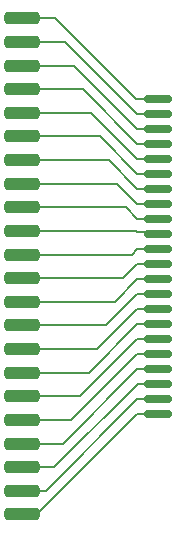
<source format=gbl>
G04 #@! TF.GenerationSoftware,KiCad,Pcbnew,7.0.1*
G04 #@! TF.CreationDate,2023-11-08T22:06:18+01:00*
G04 #@! TF.ProjectId,sd_ide_connector,73645f69-6465-45f6-936f-6e6e6563746f,rev?*
G04 #@! TF.SameCoordinates,Original*
G04 #@! TF.FileFunction,Copper,L2,Bot*
G04 #@! TF.FilePolarity,Positive*
%FSLAX46Y46*%
G04 Gerber Fmt 4.6, Leading zero omitted, Abs format (unit mm)*
G04 Created by KiCad (PCBNEW 7.0.1) date 2023-11-08 22:06:18*
%MOMM*%
%LPD*%
G01*
G04 APERTURE LIST*
G04 Aperture macros list*
%AMRoundRect*
0 Rectangle with rounded corners*
0 $1 Rounding radius*
0 $2 $3 $4 $5 $6 $7 $8 $9 X,Y pos of 4 corners*
0 Add a 4 corners polygon primitive as box body*
4,1,4,$2,$3,$4,$5,$6,$7,$8,$9,$2,$3,0*
0 Add four circle primitives for the rounded corners*
1,1,$1+$1,$2,$3*
1,1,$1+$1,$4,$5*
1,1,$1+$1,$6,$7*
1,1,$1+$1,$8,$9*
0 Add four rect primitives between the rounded corners*
20,1,$1+$1,$2,$3,$4,$5,0*
20,1,$1+$1,$4,$5,$6,$7,0*
20,1,$1+$1,$6,$7,$8,$9,0*
20,1,$1+$1,$8,$9,$2,$3,0*%
G04 Aperture macros list end*
G04 #@! TA.AperFunction,SMDPad,CuDef*
%ADD10RoundRect,0.150000X1.050000X0.150000X-1.050000X0.150000X-1.050000X-0.150000X1.050000X-0.150000X0*%
G04 #@! TD*
G04 #@! TA.AperFunction,SMDPad,CuDef*
%ADD11RoundRect,0.150000X-1.050000X-0.150000X1.050000X-0.150000X1.050000X0.150000X-1.050000X0.150000X0*%
G04 #@! TD*
G04 #@! TA.AperFunction,SMDPad,CuDef*
%ADD12RoundRect,0.250000X1.250000X0.250000X-1.250000X0.250000X-1.250000X-0.250000X1.250000X-0.250000X0*%
G04 #@! TD*
G04 #@! TA.AperFunction,SMDPad,CuDef*
%ADD13RoundRect,0.250000X-1.250000X-0.250000X1.250000X-0.250000X1.250000X0.250000X-1.250000X0.250000X0*%
G04 #@! TD*
G04 #@! TA.AperFunction,Conductor*
%ADD14C,0.200000*%
G04 #@! TD*
G04 APERTURE END LIST*
D10*
X33524000Y-54954000D03*
X33524000Y-53684000D03*
X33524000Y-52414000D03*
X33524000Y-51144000D03*
X33524000Y-49874000D03*
X33524000Y-48604000D03*
X33524000Y-47334000D03*
X33524000Y-46064000D03*
X33524000Y-44794000D03*
X33524000Y-43524000D03*
X33524000Y-42254000D03*
X33524000Y-40984000D03*
X33524000Y-39714000D03*
X33524000Y-38444000D03*
X33524000Y-37174000D03*
X33524000Y-35904000D03*
X33524000Y-34634000D03*
X33524000Y-33364000D03*
X33524000Y-32094000D03*
X33524000Y-30824000D03*
X33524000Y-29554000D03*
D11*
X33524000Y-28284000D03*
D12*
X21971000Y-63495000D03*
X21971000Y-61495000D03*
X21971000Y-59495000D03*
X21971000Y-57495000D03*
X21971000Y-55495000D03*
X21971000Y-53495000D03*
X21971000Y-51495000D03*
X21971000Y-49495000D03*
X21971000Y-47495000D03*
X21971000Y-45495000D03*
X21971000Y-43495000D03*
X21971000Y-41495000D03*
X21971000Y-39495000D03*
X21971000Y-37495000D03*
X21971000Y-35495000D03*
X21971000Y-33495000D03*
X21971000Y-31495000D03*
X21971000Y-29495000D03*
X21971000Y-27495000D03*
X21971000Y-25495000D03*
X21971000Y-23495000D03*
D13*
X21971000Y-21495000D03*
D14*
X33434000Y-39624000D02*
X33524000Y-39714000D01*
X31750000Y-39624000D02*
X33434000Y-39624000D01*
X31621000Y-39495000D02*
X31750000Y-39624000D01*
X21971000Y-39495000D02*
X31621000Y-39495000D01*
X33487000Y-30861000D02*
X33524000Y-30824000D01*
X26384000Y-25495000D02*
X31750000Y-30861000D01*
X31750000Y-30861000D02*
X33487000Y-30861000D01*
X21971000Y-25495000D02*
X26384000Y-25495000D01*
X33487000Y-54991000D02*
X33524000Y-54954000D01*
X31750000Y-54991000D02*
X33487000Y-54991000D01*
X23246000Y-63495000D02*
X31750000Y-54991000D01*
X21971000Y-63495000D02*
X23246000Y-63495000D01*
X33487000Y-53721000D02*
X33524000Y-53684000D01*
X31750000Y-53721000D02*
X33487000Y-53721000D01*
X23976000Y-61495000D02*
X31750000Y-53721000D01*
X21971000Y-61495000D02*
X23976000Y-61495000D01*
X31787000Y-52414000D02*
X33524000Y-52414000D01*
X21971000Y-59495000D02*
X24706000Y-59495000D01*
X24706000Y-59495000D02*
X31787000Y-52414000D01*
X33487000Y-51181000D02*
X33524000Y-51144000D01*
X31750000Y-51181000D02*
X33487000Y-51181000D01*
X25436000Y-57495000D02*
X31750000Y-51181000D01*
X21971000Y-57495000D02*
X25436000Y-57495000D01*
X26166000Y-55495000D02*
X31750000Y-49911000D01*
X33487000Y-49911000D02*
X33524000Y-49874000D01*
X21971000Y-55495000D02*
X26166000Y-55495000D01*
X31750000Y-49911000D02*
X33487000Y-49911000D01*
X33487000Y-48641000D02*
X33524000Y-48604000D01*
X31750000Y-48641000D02*
X33487000Y-48641000D01*
X26896000Y-53495000D02*
X31750000Y-48641000D01*
X21971000Y-53495000D02*
X26896000Y-53495000D01*
X33487000Y-47371000D02*
X33524000Y-47334000D01*
X31750000Y-47371000D02*
X33487000Y-47371000D01*
X27626000Y-51495000D02*
X31750000Y-47371000D01*
X21971000Y-51495000D02*
X27626000Y-51495000D01*
X33487000Y-46101000D02*
X33524000Y-46064000D01*
X31750000Y-46101000D02*
X33487000Y-46101000D01*
X28356000Y-49495000D02*
X31750000Y-46101000D01*
X21971000Y-49495000D02*
X28356000Y-49495000D01*
X31750000Y-44831000D02*
X33487000Y-44831000D01*
X29086000Y-47495000D02*
X31750000Y-44831000D01*
X33487000Y-44831000D02*
X33524000Y-44794000D01*
X21971000Y-47495000D02*
X29086000Y-47495000D01*
X33487000Y-43561000D02*
X33524000Y-43524000D01*
X31750000Y-43561000D02*
X33487000Y-43561000D01*
X29816000Y-45495000D02*
X31750000Y-43561000D01*
X21971000Y-45495000D02*
X29816000Y-45495000D01*
X31750000Y-42291000D02*
X33487000Y-42291000D01*
X30546000Y-43495000D02*
X31750000Y-42291000D01*
X21971000Y-43495000D02*
X30546000Y-43495000D01*
X33487000Y-42291000D02*
X33524000Y-42254000D01*
X31750000Y-41021000D02*
X33487000Y-41021000D01*
X31276000Y-41495000D02*
X31750000Y-41021000D01*
X33487000Y-41021000D02*
X33524000Y-40984000D01*
X21971000Y-41495000D02*
X31276000Y-41495000D01*
X33487000Y-38481000D02*
X33524000Y-38444000D01*
X31750000Y-38481000D02*
X33487000Y-38481000D01*
X30764000Y-37495000D02*
X31750000Y-38481000D01*
X21971000Y-37495000D02*
X30764000Y-37495000D01*
X33487000Y-37211000D02*
X33524000Y-37174000D01*
X31750000Y-37211000D02*
X33487000Y-37211000D01*
X30034000Y-35495000D02*
X31750000Y-37211000D01*
X21971000Y-35495000D02*
X30034000Y-35495000D01*
X31750000Y-35941000D02*
X33487000Y-35941000D01*
X29304000Y-33495000D02*
X31750000Y-35941000D01*
X33487000Y-35941000D02*
X33524000Y-35904000D01*
X21971000Y-33495000D02*
X29304000Y-33495000D01*
X31750000Y-34671000D02*
X33487000Y-34671000D01*
X28574000Y-31495000D02*
X31750000Y-34671000D01*
X21971000Y-31495000D02*
X28574000Y-31495000D01*
X33487000Y-34671000D02*
X33524000Y-34634000D01*
X33487000Y-33401000D02*
X33524000Y-33364000D01*
X31750000Y-33401000D02*
X33487000Y-33401000D01*
X27844000Y-29495000D02*
X31750000Y-33401000D01*
X21971000Y-29495000D02*
X27844000Y-29495000D01*
X33487000Y-32131000D02*
X33524000Y-32094000D01*
X31750000Y-32131000D02*
X33487000Y-32131000D01*
X27114000Y-27495000D02*
X31750000Y-32131000D01*
X21971000Y-27495000D02*
X27114000Y-27495000D01*
X33487000Y-29591000D02*
X33524000Y-29554000D01*
X31750000Y-29591000D02*
X33487000Y-29591000D01*
X25654000Y-23495000D02*
X31750000Y-29591000D01*
X21971000Y-23495000D02*
X25654000Y-23495000D01*
X31623000Y-28321000D02*
X33487000Y-28321000D01*
X33487000Y-28321000D02*
X33524000Y-28284000D01*
X24797000Y-21495000D02*
X31623000Y-28321000D01*
X21971000Y-21495000D02*
X24797000Y-21495000D01*
M02*

</source>
